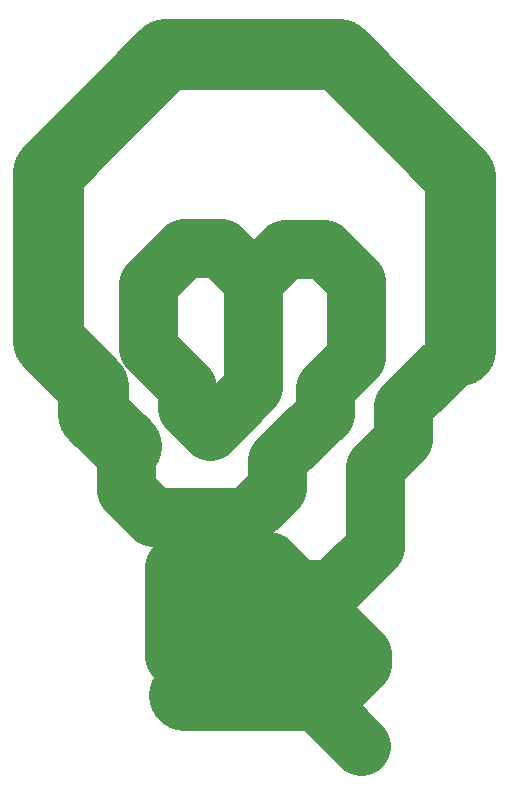
<source format=gbr>
%TF.GenerationSoftware,KiCad,Pcbnew,(6.0.8)*%
%TF.CreationDate,2022-10-01T01:52:07+02:00*%
%TF.ProjectId,ea_logobulb,65615f6c-6f67-46f6-9275-6c622e6b6963,rev?*%
%TF.SameCoordinates,Original*%
%TF.FileFunction,Copper,L1,Top*%
%TF.FilePolarity,Positive*%
%FSLAX46Y46*%
G04 Gerber Fmt 4.6, Leading zero omitted, Abs format (unit mm)*
G04 Created by KiCad (PCBNEW (6.0.8)) date 2022-10-01 01:52:07*
%MOMM*%
%LPD*%
G01*
G04 APERTURE LIST*
%TA.AperFunction,ViaPad*%
%ADD10C,1.300000*%
%TD*%
%TA.AperFunction,Conductor*%
%ADD11C,5.000000*%
%TD*%
%TA.AperFunction,Conductor*%
%ADD12C,6.000000*%
%TD*%
G04 APERTURE END LIST*
D10*
%TO.N,*%
X148844000Y-118618000D03*
X145745200Y-89408000D03*
X134061200Y-88900000D03*
X147320000Y-78232000D03*
X139700000Y-79248000D03*
X132080000Y-78232000D03*
%TD*%
D11*
%TO.N,*%
X145805400Y-76250000D02*
X142514600Y-76250000D01*
X142514600Y-76250000D02*
X139842000Y-78922600D01*
X148503400Y-78948000D02*
X145805400Y-76250000D01*
X148503400Y-85399600D02*
X148503400Y-78948000D01*
X145887200Y-88015800D02*
X148503400Y-85399600D01*
X145836400Y-90276400D02*
X145887200Y-90225600D01*
X145887200Y-90225600D02*
X145887200Y-88015800D01*
X145709400Y-90276400D02*
X145836400Y-90276400D01*
X141848600Y-94137200D02*
X145709400Y-90276400D01*
X141848600Y-96448600D02*
X141848600Y-94137200D01*
X139334000Y-98963200D02*
X141848600Y-96448600D01*
X131333000Y-98963200D02*
X139334000Y-98963200D01*
X129021600Y-96651800D02*
X131333000Y-98963200D01*
X129021600Y-92968800D02*
X129021600Y-96651800D01*
X139842000Y-78922600D02*
X137094000Y-76174600D01*
X133954000Y-76174600D02*
X132222000Y-77906600D01*
X137094000Y-76174600D02*
X133954000Y-76174600D01*
X133142000Y-110674600D02*
X145142000Y-110674600D01*
X133642000Y-102674600D02*
X133142000Y-103174600D01*
X141142000Y-102674600D02*
X133642000Y-102674600D01*
X133142000Y-103174600D02*
X133142000Y-110674600D01*
X145506200Y-105038800D02*
X143506200Y-105038800D01*
X143506200Y-105038800D02*
X141142000Y-102674600D01*
X145506200Y-106075200D02*
X145506200Y-105038800D01*
X139842000Y-87974600D02*
X136142000Y-91674600D01*
X139842000Y-78922600D02*
X139842000Y-87974600D01*
X136142000Y-91674600D02*
X134203200Y-89735800D01*
X134203200Y-89735800D02*
X134203200Y-88574600D01*
X132222000Y-77906600D02*
X130901200Y-79227400D01*
X130901200Y-79227400D02*
X130901200Y-84637600D01*
X130901200Y-84637600D02*
X134203200Y-87939600D01*
X134203200Y-87939600D02*
X134203200Y-88574600D01*
X145506200Y-107015000D02*
X145506200Y-106075200D01*
X152542000Y-89539800D02*
X157317200Y-84764600D01*
X145506200Y-106075200D02*
X150129000Y-101452400D01*
X152542000Y-92308400D02*
X152542000Y-89539800D01*
X150129000Y-101452400D02*
X150129000Y-94721400D01*
X150129000Y-94721400D02*
X152542000Y-92308400D01*
D12*
X157317200Y-70032600D02*
X147055600Y-59771000D01*
X157317200Y-84764600D02*
X157317200Y-70032600D01*
X126253000Y-87812600D02*
X126253000Y-90200200D01*
X147055600Y-59771000D02*
X132399800Y-59771000D01*
X132399800Y-59771000D02*
X122417600Y-69753200D01*
X122417600Y-69753200D02*
X122417600Y-84002600D01*
X122417600Y-84002600D02*
X126151400Y-87736400D01*
D11*
X126151400Y-87736400D02*
X126176800Y-87736400D01*
X126176800Y-87736400D02*
X126253000Y-87812600D01*
D12*
X126253000Y-90200200D02*
X129021600Y-92968800D01*
D11*
X146369800Y-114000000D02*
X149011400Y-111358400D01*
X149011400Y-111358400D02*
X149011400Y-110520200D01*
X145506200Y-107015000D02*
X133873000Y-107015000D01*
X145938000Y-107446800D02*
X145506200Y-107015000D01*
X144693400Y-114000000D02*
X146369800Y-114000000D01*
X149011400Y-110520200D02*
X145938000Y-107446800D01*
D12*
X144693400Y-114000000D02*
X134000000Y-114000000D01*
D11*
X148986000Y-118292600D02*
X144693400Y-114000000D01*
%TD*%
M02*

</source>
